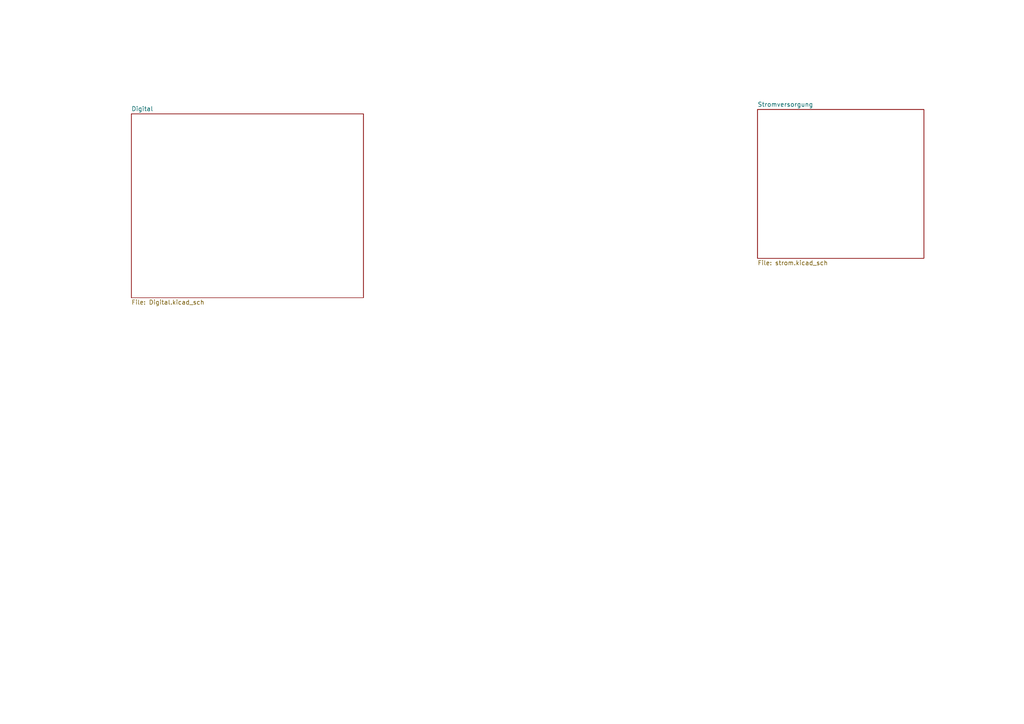
<source format=kicad_sch>
(kicad_sch (version 20211123) (generator eeschema)
  (paper "A4")
  (title_block (title "ESP32 Relaiskarte") (date "2022-03-20") (rev "REV") (company "makerspace Bocholt") (comment 1 "+ optionale Servo Ansteuerung") (comment 2 "+ optionale Lan Karte") (comment 4 "Frank Tobergte"))
  (lib_symbols)
  (sheet (at 219.71 31.75) (size 48.26 43.18) (stroke (width 0.1524))
    (property "Sheet name" "Stromversorgung" (at 219.71 31.0384 0) (effects (justify left bottom)))
    (property "Sheet file" "strom.kicad_sch" (at 219.71 75.5146 0) (effects (justify left top)))
  )
  (sheet (at 38.1 33.02) (size 67.31 53.34) (stroke (width 0.1524))
    (property "Sheet name" "Digital" (at 38.1 32.3084 0) (effects (justify left bottom)))
    (property "Sheet file" "Digital.kicad_sch" (at 38.1 86.9446 0) (effects (justify left top)))
  )
)
</source>
